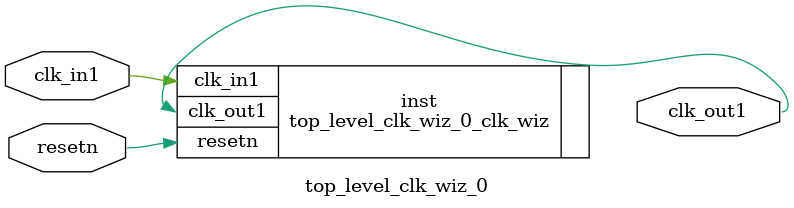
<source format=v>


`timescale 1ps/1ps

(* CORE_GENERATION_INFO = "top_level_clk_wiz_0,clk_wiz_v6_0_3_0_0,{component_name=top_level_clk_wiz_0,use_phase_alignment=false,use_min_o_jitter=false,use_max_i_jitter=false,use_dyn_phase_shift=false,use_inclk_switchover=false,use_dyn_reconfig=false,enable_axi=0,feedback_source=FDBK_AUTO,PRIMITIVE=MMCM,num_out_clk=1,clkin1_period=32.000,clkin2_period=10.0,use_power_down=false,use_reset=true,use_locked=false,use_inclk_stopped=false,feedback_type=SINGLE,CLOCK_MGR_TYPE=NA,manual_override=false}" *)

module top_level_clk_wiz_0 
 (
  // Clock out ports
  output        clk_out1,
  // Status and control signals
  input         resetn,
 // Clock in ports
  input         clk_in1
 );

  top_level_clk_wiz_0_clk_wiz inst
  (
  // Clock out ports  
  .clk_out1(clk_out1),
  // Status and control signals               
  .resetn(resetn), 
 // Clock in ports
  .clk_in1(clk_in1)
  );

endmodule

</source>
